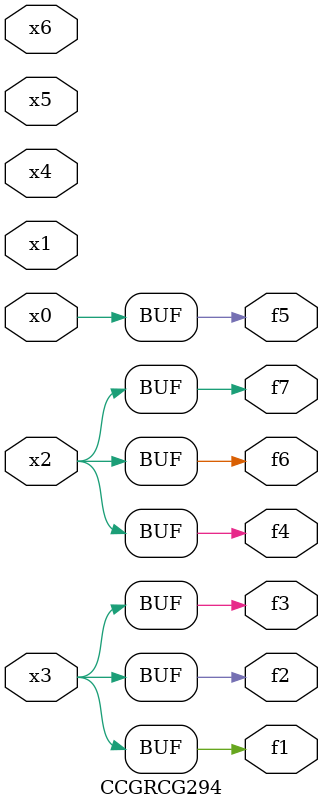
<source format=v>
module CCGRCG294(
	input x0, x1, x2, x3, x4, x5, x6,
	output f1, f2, f3, f4, f5, f6, f7
);
	assign f1 = x3;
	assign f2 = x3;
	assign f3 = x3;
	assign f4 = x2;
	assign f5 = x0;
	assign f6 = x2;
	assign f7 = x2;
endmodule

</source>
